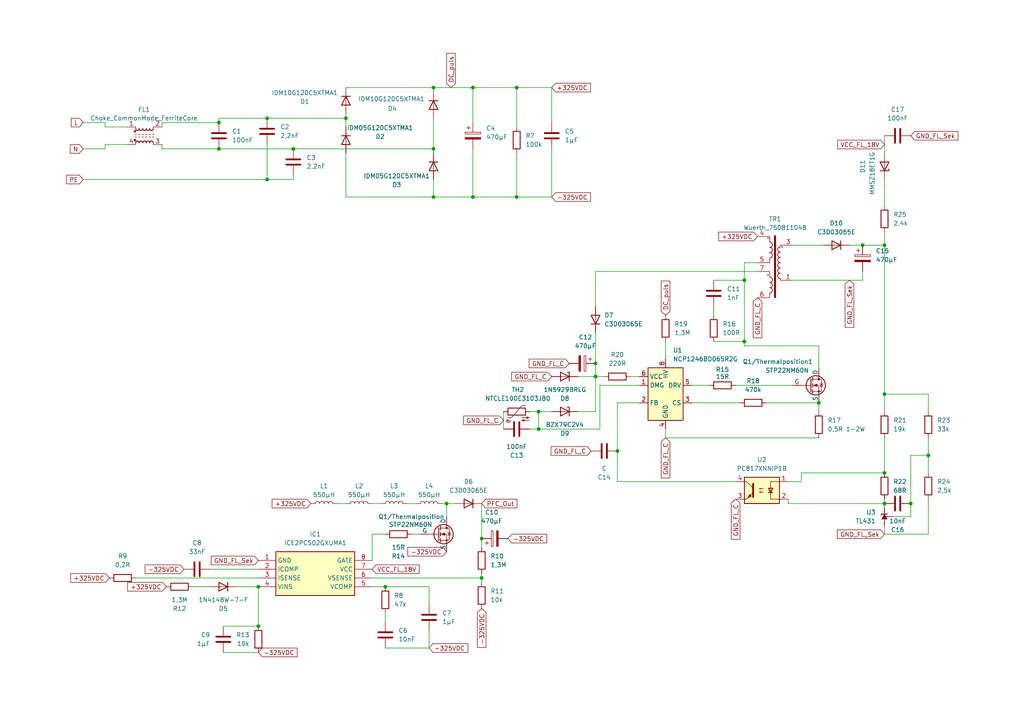
<source format=kicad_sch>
(kicad_sch (version 20250114) (generator "eeschema") (generator_version "9.0")
  (paper "A4")
  (lib_symbols
    (symbol "Device:C" (pin_numbers (hide yes)) (pin_names (offset 0.254))
      (property "Reference" "C" (at 0.635 2.54 0))
      (property "Value" "C" (at 0.635 -2.54 0))
      (symbol "C_0_1"
        (polyline (pts (xy -2.032 0.762) (xy 2.032 0.762)) (stroke (width 0.508)))
        (polyline (pts (xy -2.032 -0.762) (xy 2.032 -0.762)) (stroke (width 0.508)))
      )
      (symbol "C_1_1"
        (pin passive line (at 0 3.81 270) (length 2.794) (name "~") (number "1"))
        (pin passive line (at 0 -3.81 90) (length 2.794) (name "~") (number "2"))
      )
    )
    (symbol "Device:C_Polarized" (pin_numbers (hide yes)) (pin_names (offset 0.254))
      (property "Reference" "C" (at 0.635 2.54 0))
      (property "Value" "C_Polarized" (at 0.635 -2.54 0))
      (symbol "C_Polarized_0_1"
        (rectangle (start -2.286 0.508) (end 2.286 1.016))
        (polyline (pts (xy -1.778 2.286) (xy -0.762 2.286)))
        (polyline (pts (xy -1.27 2.794) (xy -1.27 1.778)))
        (rectangle (start 2.286 -0.508) (end -2.286 -1.016) (fill (type outline)))
      )
      (symbol "C_Polarized_1_1"
        (pin passive line (at 0 3.81 270) (length 2.794) (name "~") (number "1"))
        (pin passive line (at 0 -3.81 90) (length 2.794) (name "~") (number "2"))
      )
    )
    (symbol "Device:D" (pin_numbers (hide yes)) (pin_names (offset 1.016) (hide yes))
      (property "Reference" "D" (at 0 2.54 0))
      (property "Value" "D" (at 0 -2.54 0))
      (symbol "D_0_1"
        (polyline (pts (xy -1.27 1.27) (xy -1.27 -1.27)) (stroke (width 0.254)))
        (polyline (pts (xy 1.27 1.27) (xy 1.27 -1.27) (xy -1.27 0) (xy 1.27 1.27)) (stroke (width 0.254)))
        (polyline (pts (xy 1.27 0) (xy -1.27 0)))
      )
      (symbol "D_1_1"
        (pin passive line (at -3.81 0 0) (length 2.54) (name "K") (number "1"))
        (pin passive line (at 3.81 0 180) (length 2.54) (name "A") (number "2"))
      )
    )
    (symbol "Device:D_Zener" (pin_numbers (hide yes)) (pin_names (offset 1.016) (hide yes))
      (property "Reference" "D" (at 0 2.54 0))
      (property "Value" "D_Zener" (at 0 -2.54 0))
      (symbol "D_Zener_0_1"
        (polyline (pts (xy -1.27 -1.27) (xy -1.27 1.27) (xy -0.762 1.27)) (stroke (width 0.254)))
        (polyline (pts (xy 1.27 0) (xy -1.27 0)))
        (polyline (pts (xy 1.27 -1.27) (xy 1.27 1.27) (xy -1.27 0) (xy 1.27 -1.27)) (stroke (width 0.254)))
      )
      (symbol "D_Zener_1_1"
        (pin passive line (at -3.81 0 0) (length 2.54) (name "K") (number "1"))
        (pin passive line (at 3.81 0 180) (length 2.54) (name "A") (number "2"))
      )
    )
    (symbol "Device:L" (pin_numbers (hide yes)) (pin_names (offset 1.016) (hide yes))
      (property "Reference" "L" (at -1.27 0 90))
      (property "Value" "L" (at 1.905 0 90))
      (symbol "L_0_1"
        (arc (start 0 2.54) (mid 0.6323 1.905) (end 0 1.27))
        (arc (start 0 1.27) (mid 0.6323 0.635) (end 0 0))
        (arc (start 0 0) (mid 0.6323 -0.635) (end 0 -1.27))
        (arc (start 0 -1.27) (mid 0.6323 -1.905) (end 0 -2.54))
      )
      (symbol "L_1_1"
        (pin passive line (at 0 3.81 270) (length 1.27) (name "1") (number "1"))
        (pin passive line (at 0 -3.81 90) (length 1.27) (name "2") (number "2"))
      )
    )
    (symbol "Device:R" (pin_numbers (hide yes)) (pin_names (offset 0))
      (property "Reference" "R" (at 2.032 0 90))
      (property "Value" "R" (at 0 0 90))
      (symbol "R_0_1"
        (rectangle (start -1.016 -2.54) (end 1.016 2.54) (stroke (width 0.254)))
      )
      (symbol "R_1_1"
        (pin passive line (at 0 3.81 270) (length 1.27) (name "~") (number "1"))
        (pin passive line (at 0 -3.81 90) (length 1.27) (name "~") (number "2"))
      )
    )
    (symbol "Device:Thermistor_NTC" (pin_numbers (hide yes)) (pin_names (offset 0))
      (property "Reference" "TH" (at -4.445 0 90))
      (property "Value" "Thermistor_NTC" (at 3.175 0 90))
      (symbol "Thermistor_NTC_0_1"
        (arc (start -3.175 2.413) (mid -3.0506 2.3165) (end -3.048 2.159))
        (arc (start -3.048 2.794) (mid -2.9736 2.9736) (end -2.794 3.048))
        (arc (start -2.794 3.048) (mid -2.6144 2.9736) (end -2.54 2.794))
        (arc (start -2.794 2.54) (mid -2.9736 2.6144) (end -3.048 2.794))
        (arc (start -2.794 1.905) (mid -2.9736 1.9794) (end -3.048 2.159))
        (arc (start -2.54 2.159) (mid -2.6144 1.9794) (end -2.794 1.905))
        (arc (start -2.159 2.794) (mid -2.434 2.5608) (end -2.794 2.54))
        (polyline (pts (xy -2.54 2.159) (xy -2.54 2.794)))
        (polyline (pts (xy -2.54 -3.683) (xy -2.54 -1.397) (xy -2.794 -2.159) (xy -2.286 -2.159) (xy -2.54 -1.397) (xy -2.54 -1.651)) (fill (type outline)))
        (polyline (pts (xy -1.778 2.54) (xy -1.778 1.524) (xy 1.778 -1.524) (xy 1.778 -2.54)))
        (polyline (pts (xy -1.778 -1.397) (xy -1.778 -3.683) (xy -2.032 -2.921) (xy -1.524 -2.921) (xy -1.778 -3.683) (xy -1.778 -3.429)) (fill (type outline)))
        (rectangle (start -1.016 2.54) (end 1.016 -2.54) (stroke (width 0.254)))
      )
      (symbol "Thermistor_NTC_1_1"
        (pin passive line (at 0 3.81 270) (length 1.27) (name "~") (number "1"))
        (pin passive line (at 0 -3.81 90) (length 1.27) (name "~") (number "2"))
      )
    )
    (symbol "Filter:Choke_CommonMode_FerriteCore_1243" (pin_names (offset 0.254) (hide yes))
      (property "Reference" "FL" (at 0 4.445 0))
      (property "Value" "Choke_CommonMode_FerriteCore_1243" (at 0 -4.445 0))
      (symbol "Choke_CommonMode_FerriteCore_1243_0_1"
        (circle (center -2.794 1.27) (radius 0.254) (fill (type outline)))
        (polyline (pts (xy -2.794 0.381) (xy -2.286 0.381)))
        (polyline (pts (xy -2.794 -0.381) (xy -2.286 -0.381)))
        (circle (center -2.794 -1.27) (radius 0.254) (fill (type outline)))
        (polyline (pts (xy -2.54 2.032) (xy -2.54 2.54)))
        (polyline (pts (xy -2.54 -2.032) (xy -2.54 -2.54)))
        (arc (start -1.524 2.032) (mid -2.032 1.5262) (end -2.54 2.032) (stroke (width 0.254)))
        (arc (start -2.54 -2.032) (mid -2.032 -1.5262) (end -1.524 -2.032) (stroke (width 0.254)))
        (polyline (pts (xy -1.778 0.381) (xy -1.27 0.381)))
        (polyline (pts (xy -1.778 -0.381) (xy -1.27 -0.381)))
        (arc (start -0.508 2.032) (mid -1.016 1.5262) (end -1.524 2.032) (stroke (width 0.254)))
        (arc (start -1.524 -2.032) (mid -1.016 -1.5262) (end -0.508 -2.032) (stroke (width 0.254)))
        (polyline (pts (xy -0.762 0.381) (xy -0.254 0.381)))
        (polyline (pts (xy -0.762 -0.381) (xy -0.254 -0.381)))
        (arc (start 0.508 2.032) (mid 0 1.5262) (end -0.508 2.032) (stroke (width 0.254)))
        (arc (start -0.508 -2.032) (mid 0 -1.5262) (end 0.508 -2.032) (stroke (width 0.254)))
        (polyline (pts (xy 0.254 0.381) (xy 0.762 0.381)))
        (polyline (pts (xy 0.254 -0.381) (xy 0.762 -0.381)))
        (arc (start 1.524 2.032) (mid 1.016 1.5262) (end 0.508 2.032) (stroke (width 0.254)))
        (arc (start 0.508 -2.032) (mid 1.016 -1.5262) (end 1.524 -2.032) (stroke (width 0.254)))
        (polyline (pts (xy 1.27 0.381) (xy 1.778 0.381)))
        (polyline (pts (xy 1.27 -0.381) (xy 1.778 -0.381)))
        (arc (start 2.54 2.032) (mid 2.032 1.5262) (end 1.524 2.032) (stroke (width 0.254)))
        (arc (start 1.524 -2.032) (mid 2.032 -1.5262) (end 2.54 -2.032) (stroke (width 0.254)))
        (polyline (pts (xy 2.286 0.381) (xy 2.794 0.381)))
        (polyline (pts (xy 2.286 -0.381) (xy 2.794 -0.381)))
        (polyline (pts (xy 2.54 2.54) (xy 2.54 2.032)))
        (polyline (pts (xy 2.54 -2.032) (xy 2.54 -2.54)))
      )
      (symbol "Choke_CommonMode_FerriteCore_1243_1_1"
        (pin passive line (at -5.08 2.54 0) (length 2.54) (name "1") (number "1"))
        (pin passive line (at -5.08 -2.54 0) (length 2.54) (name "4") (number "4"))
        (pin passive line (at 5.08 2.54 180) (length 2.54) (name "2") (number "2"))
        (pin passive line (at 5.08 -2.54 180) (length 2.54) (name "3") (number "3"))
      )
    )
    (symbol "Isolator:Optocoupler_DC_PhotoNPN_AKEC"
      (property "Reference" "U" (at -5.08 5.08 0))
      (property "Value" "Optocoupler_DC_PhotoNPN_AKEC" (at 0 5.08 0))
      (symbol "Optocoupler_DC_PhotoNPN_AKEC_0_1"
        (rectangle (start -5.08 3.81) (end 5.08 -3.81) (stroke (width 0.254)) (fill (type background)))
        (polyline (pts (xy -5.08 2.54) (xy -2.54 2.54) (xy -2.54 -1.27) (xy -2.54 0.635)))
        (polyline (pts (xy -3.175 -0.635) (xy -1.905 -0.635)) (stroke (width 0.254)))
        (polyline (pts (xy -2.54 -0.635) (xy -2.54 -2.54) (xy -5.08 -2.54)))
        (polyline (pts (xy -2.54 -0.635) (xy -3.175 0.635) (xy -1.905 0.635) (xy -2.54 -0.635)) (stroke (width 0.254)))
        (polyline (pts (xy -0.508 0.508) (xy 0.762 0.508) (xy 0.381 0.381) (xy 0.381 0.635) (xy 0.762 0.508)))
        (polyline (pts (xy -0.508 -0.508) (xy 0.762 -0.508) (xy 0.381 -0.635) (xy 0.381 -0.381) (xy 0.762 -0.508)))
        (polyline (pts (xy 2.54 1.905) (xy 2.54 -1.905)) (stroke (width 0.508)))
        (polyline (pts (xy 2.54 0.635) (xy 4.445 2.54)))
        (polyline (pts (xy 3.048 -1.651) (xy 3.556 -1.143) (xy 4.064 -2.159) (xy 3.048 -1.651)) (fill (type outline)))
        (polyline (pts (xy 4.445 2.54) (xy 5.08 2.54)))
        (polyline (pts (xy 4.445 -2.54) (xy 2.54 -0.635)) (fill (type outline)))
        (polyline (pts (xy 4.445 -2.54) (xy 5.08 -2.54)))
      )
      (symbol "Optocoupler_DC_PhotoNPN_AKEC_1_1"
        (pin passive line (at -7.62 2.54 0) (length 2.54) (name "~") (number "1"))
        (pin passive line (at -7.62 -2.54 0) (length 2.54) (name "~") (number "2"))
        (pin passive line (at 7.62 2.54 180) (length 2.54) (name "~") (number "4"))
        (pin passive line (at 7.62 -2.54 180) (length 2.54) (name "~") (number "3"))
      )
    )
    (symbol "Reference_Voltage:CJ432" (pin_numbers (hide yes)) (pin_names (hide yes))
      (property "Reference" "U" (at -2.54 2.54 0))
      (property "Value" "CJ432" (at 0 -2.54 0))
      (symbol "CJ432_0_1"
        (polyline (pts (xy -1.27 0) (xy 0 0) (xy 1.27 0)))
        (polyline (pts (xy -0.762 0.762) (xy 0.762 0) (xy -0.762 -0.762)) (fill (type outline)))
        (polyline (pts (xy 0.508 -1.016) (xy 0.762 -0.762) (xy 0.762 0.762) (xy 0.762 0.762)) (stroke (width 0.254)))
      )
      (symbol "CJ432_1_1"
        (pin passive line (at -2.54 0 0) (length 1.27) (name "A") (number "3"))
        (pin passive line (at 0 2.54 270) (length 2.54) (name "REF") (number "1"))
        (pin passive line (at 2.54 0 180) (length 1.27) (name "K") (number "2"))
      )
    )
    (symbol "Regulator_Controller:NCP1207B"
      (property "Reference" "U" (at -5.08 8.89 0))
      (property "Value" "NCP1207B" (at 1.27 8.89 0))
      (symbol "NCP1207B_0_0"
        (rectangle (start -5.08 7.62) (end 5.08 -7.62) (stroke (width 0.254)) (fill (type background)))
      )
      (symbol "NCP1207B_1_1"
        (pin power_in line (at -7.62 5.08 0) (length 2.54) (name "VCC") (number "6"))
        (pin input line (at -7.62 2.54 0) (length 2.54) (name "DMG") (number "1"))
        (pin input line (at -7.62 -2.54 0) (length 2.54) (name "FB") (number "2"))
        (pin input line (at 0 10.16 270) (length 2.54) (name "HV") (number "8"))
        (pin power_in line (at 0 -10.16 90) (length 2.54) (name "GND") (number "4"))
        (pin output line (at 7.62 2.54 180) (length 2.54) (name "DRV") (number "5"))
        (pin input line (at 7.62 -2.54 180) (length 2.54) (name "CS") (number "3"))
      )
    )
    (symbol "Simulation_SPICE:NMOS" (pin_numbers (hide yes)) (pin_names (offset 0))
      (property "Reference" "Q" (at 5.08 1.27 0))
      (property "Value" "NMOS" (at 5.08 -1.27 0))
      (symbol "NMOS_0_1"
        (polyline (pts (xy 0.254 1.905) (xy 0.254 -1.905)) (stroke (width 0.254)))
        (polyline (pts (xy 0.254 0) (xy -2.54 0)))
        (polyline (pts (xy 0.762 2.286) (xy 0.762 1.27)) (stroke (width 0.254)))
        (polyline (pts (xy 0.762 0.508) (xy 0.762 -0.508)) (stroke (width 0.254)))
        (polyline (pts (xy 0.762 -1.27) (xy 0.762 -2.286)) (stroke (width 0.254)))
        (polyline (pts (xy 0.762 -1.778) (xy 3.302 -1.778) (xy 3.302 1.778) (xy 0.762 1.778)))
        (polyline (pts (xy 1.016 0) (xy 2.032 0.381) (xy 2.032 -0.381) (xy 1.016 0)) (fill (type outline)))
        (circle (center 1.651 0) (radius 2.794) (stroke (width 0.254)))
        (polyline (pts (xy 2.54 2.54) (xy 2.54 1.778)))
        (circle (center 2.54 1.778) (radius 0.254) (fill (type outline)))
        (circle (center 2.54 -1.778) (radius 0.254) (fill (type outline)))
        (polyline (pts (xy 2.54 -2.54) (xy 2.54 0) (xy 0.762 0)))
        (polyline (pts (xy 2.794 0.508) (xy 2.921 0.381) (xy 3.683 0.381) (xy 3.81 0.254)))
        (polyline (pts (xy 3.302 0.381) (xy 2.921 -0.254) (xy 3.683 -0.254) (xy 3.302 0.381)))
      )
      (symbol "NMOS_1_1"
        (pin input line (at -5.08 0 0) (length 2.54) (name "G") (number "2"))
        (pin passive line (at 2.54 5.08 270) (length 2.54) (name "D") (number "1"))
        (pin passive line (at 2.54 -5.08 90) (length 2.54) (name "S") (number "3"))
      )
    )
    (symbol "Transformer:Wuerth_750343373"
      (property "Reference" "TR" (at 0 8.89 0))
      (property "Value" "Wuerth_750343373" (at 0 -11.43 0))
      (symbol "Wuerth_750343373_0_1"
        (circle (center -2.032 4.572) (radius 0.127))
        (arc (start -1.524 4.572) (mid -0.7653 3.81) (end -1.524 3.048) (stroke (width 0.2032)))
        (arc (start -1.524 3.048) (mid -0.7653 2.286) (end -1.524 1.524) (stroke (width 0.2032)))
        (arc (start -1.524 1.524) (mid -0.7653 0.762) (end -1.524 0) (stroke (width 0.2032)))
        (arc (start -1.524 0) (mid -0.7653 -0.762) (end -1.524 -1.524) (stroke (width 0.2032)))
        (arc (start -1.524 -1.524) (mid -0.7653 -2.286) (end -1.524 -3.048) (stroke (width 0.2032)))
        (arc (start -1.524 -3.048) (mid -0.7653 -3.81) (end -1.524 -4.572) (stroke (width 0.2032)))
        (polyline (pts (xy -1.524 4.572) (xy -1.524 5.08) (xy -2.54 5.08)))
        (polyline (pts (xy -1.524 -4.572) (xy -1.524 -5.08) (xy -2.54 -5.08)))
        (rectangle (start -0.254 7.874) (end 0.254 -10.16) (stroke (width 0.0254)) (fill (type outline)))
        (polyline (pts (xy 1.524 -8.89) (xy 1.524 -10.16) (xy 2.54 -10.16)))
        (arc (start 1.524 4.445) (mid 0.7653 5.207) (end 1.524 5.969) (stroke (width 0.2032)))
        (arc (start 1.524 2.921) (mid 0.7653 3.683) (end 1.524 4.445) (stroke (width 0.2032)))
        (arc (start 1.524 1.397) (mid 0.7653 2.159) (end 1.524 2.921) (stroke (width 0.2032)))
        (arc (start 1.524 -5.715) (mid 0.7653 -4.953) (end 1.524 -4.191) (stroke (width 0.2032)))
        (arc (start 1.524 -7.239) (mid 0.7653 -6.477) (end 1.524 -5.715) (stroke (width 0.2032)))
        (arc (start 1.524 -8.763) (mid 0.7653 -8.001) (end 1.524 -7.239) (stroke (width 0.2032)))
        (circle (center 2.032 7.112) (radius 0.127))
        (circle (center 2.032 -3.556) (radius 0.127))
        (polyline (pts (xy 2.54 7.62) (xy 1.524 7.62) (xy 1.524 6.096)))
        (polyline (pts (xy 2.54 0) (xy 1.524 0) (xy 1.524 1.27)))
        (polyline (pts (xy 2.54 -2.54) (xy 1.524 -2.54) (xy 1.524 -4.064)))
      )
      (symbol "Wuerth_750343373_1_1"
        (pin passive line (at -5.08 5.08 0) (length 2.54) (name "~") (number "3"))
        (pin passive line (at -5.08 -5.08 0) (length 2.54) (name "~") (number "1"))
        (pin no_connect line (at 0 2.54 180) (length 2.54) (hide yes) (name "~") (number "2"))
        (pin no_connect line (at 0 0 180) (length 2.54) (hide yes) (name "~") (number "8"))
        (pin no_connect line (at 0 -2.54 180) (length 2.54) (hide yes) (name "~") (number "9"))
        (pin no_connect line (at 0 -7.62 0) (length 2.54) (hide yes) (name "~") (number "10"))
        (pin passive line (at 5.08 7.62 180) (length 2.54) (name "~") (number "4"))
        (pin passive line (at 5.08 0 180) (length 2.54) (name "~") (number "5"))
        (pin passive line (at 5.08 -2.54 180) (length 2.54) (name "~") (number "7"))
        (pin passive line (at 5.08 -10.16 180) (length 2.54) (name "~") (number "6"))
      )
    )
    (symbol "UC28019DR:UCC28019DR"
      (property "Reference" "IC" (at 29.21 7.62 0))
      (property "Value" "UCC28019DR" (at 29.21 5.08 0))
      (symbol "UCC28019DR_1_1"
        (rectangle (start 5.08 2.54) (end 27.94 -10.16) (stroke (width 0.254)) (fill (type background)))
        (pin passive line (at 0 0 0) (length 5.08) (name "GND") (number "1"))
        (pin passive line (at 0 -2.54 0) (length 5.08) (name "ICOMP") (number "2"))
        (pin passive line (at 0 -5.08 0) (length 5.08) (name "ISENSE") (number "3"))
        (pin passive line (at 0 -7.62 0) (length 5.08) (name "VINS") (number "4"))
        (pin passive line (at 33.02 0 180) (length 5.08) (name "GATE") (number "8"))
        (pin passive line (at 33.02 -2.54 180) (length 5.08) (name "VCC") (number "7"))
        (pin passive line (at 33.02 -5.08 180) (length 5.08) (name "VSENSE") (number "6"))
        (pin passive line (at 33.02 -7.62 180) (length 5.08) (name "VCOMP") (number "5"))
      )
    )
  )
  (junction (at 215.9 81.28))
  (junction (at 129.54 146.05))
  (junction (at 125.73 25.4))
  (junction (at 256.54 114.3))
  (junction (at 149.86 25.4))
  (junction (at 77.47 52.07))
  (junction (at 74.93 170.18))
  (junction (at 137.16 25.4))
  (junction (at 137.16 57.15))
  (junction (at 77.47 34.29))
  (junction (at 85.09 43.18))
  (junction (at 256.54 137.16))
  (junction (at 250.19 71.12))
  (junction (at 63.5 43.18))
  (junction (at 172.72 109.22))
  (junction (at 139.7 156.21))
  (junction (at 256.54 146.05))
  (junction (at 269.24 132.08))
  (junction (at 63.5 35.56))
  (junction (at 149.86 57.15))
  (junction (at 179.07 130.81))
  (junction (at 74.93 181.61))
  (junction (at 100.33 34.29))
  (junction (at 156.21 124.46))
  (junction (at 264.16 146.05))
  (junction (at 125.73 43.18))
  (junction (at 156.21 119.38))
  (junction (at 256.54 71.12))
  (junction (at 139.7 167.64))
  (junction (at 215.9 99.06))
  (junction (at 172.72 105.41))
  (junction (at 111.76 170.18))
  (junction (at 237.49 116.84))
  (junction (at 125.73 57.15))
  (wire (pts (xy 149.86 44.45) (xy 149.86 57.15)))
  (wire (pts (xy 124.46 182.88) (xy 124.46 187.96)))
  (wire (pts (xy 160.02 25.4) (xy 149.86 25.4)))
  (wire (pts (xy 156.21 119.38) (xy 160.02 119.38)))
  (wire (pts (xy 118.11 146.05) (xy 120.65 146.05)))
  (wire (pts (xy 172.72 78.74) (xy 219.71 78.74)))
  (wire (pts (xy 269.24 154.94) (xy 256.54 154.94)))
  (wire (pts (xy 256.54 67.31) (xy 256.54 71.12)))
  (wire (pts (xy 125.73 34.29) (xy 125.73 43.18)))
  (wire (pts (xy 264.16 132.08) (xy 269.24 132.08)))
  (wire (pts (xy 237.49 116.84) (xy 237.49 119.38)))
  (wire (pts (xy 167.64 109.22) (xy 172.72 109.22)))
  (wire (pts (xy 64.77 181.61) (xy 74.93 181.61)))
  (wire (pts (xy 124.46 187.96) (xy 111.76 187.96)))
  (wire (pts (xy 256.54 144.78) (xy 256.54 146.05)))
  (wire (pts (xy 85.09 43.18) (xy 125.73 43.18)))
  (wire (pts (xy 172.72 109.22) (xy 175.26 109.22)))
  (wire (pts (xy 193.04 127) (xy 193.04 124.46)))
  (wire (pts (xy 160.02 57.15) (xy 149.86 57.15)))
  (wire (pts (xy 100.33 44.45) (xy 100.33 57.15)))
  (wire (pts (xy 74.93 170.18) (xy 74.93 181.61)))
  (wire (pts (xy 124.46 170.18) (xy 111.76 170.18)))
  (wire (pts (xy 85.09 52.07) (xy 85.09 50.8)))
  (wire (pts (xy 200.66 116.84) (xy 214.63 116.84)))
  (wire (pts (xy 269.24 114.3) (xy 256.54 114.3)))
  (wire (pts (xy 46.99 35.56) (xy 46.99 36.83)))
  (wire (pts (xy 55.88 170.18) (xy 60.96 170.18)))
  (wire (pts (xy 182.88 109.22) (xy 185.42 109.22)))
  (wire (pts (xy 215.9 76.2) (xy 215.9 81.28)))
  (wire (pts (xy 149.86 25.4) (xy 149.86 36.83)))
  (wire (pts (xy 256.54 152.4) (xy 256.54 154.94)))
  (wire (pts (xy 153.67 124.46) (xy 156.21 124.46)))
  (wire (pts (xy 219.71 76.2) (xy 215.9 76.2)))
  (wire (pts (xy 64.77 189.23) (xy 74.93 189.23)))
  (wire (pts (xy 60.96 165.1) (xy 74.93 165.1)))
  (wire (pts (xy 124.46 175.26) (xy 124.46 170.18)))
  (wire (pts (xy 139.7 166.37) (xy 139.7 167.64)))
  (wire (pts (xy 149.86 25.4) (xy 137.16 25.4)))
  (wire (pts (xy 160.02 43.18) (xy 160.02 57.15)))
  (wire (pts (xy 100.33 57.15) (xy 125.73 57.15)))
  (wire (pts (xy 24.13 52.07) (xy 77.47 52.07)))
  (wire (pts (xy 46.99 43.18) (xy 46.99 41.91)))
  (wire (pts (xy 232.41 137.16) (xy 256.54 137.16)))
  (wire (pts (xy 215.9 81.28) (xy 215.9 99.06)))
  (wire (pts (xy 100.33 34.29) (xy 100.33 36.83)))
  (wire (pts (xy 259.08 149.86) (xy 264.16 149.86)))
  (wire (pts (xy 207.01 88.9) (xy 207.01 91.44)))
  (wire (pts (xy 256.54 52.07) (xy 256.54 59.69)))
  (wire (pts (xy 200.66 111.76) (xy 205.74 111.76)))
  (wire (pts (xy 129.54 146.05) (xy 132.08 146.05)))
  (wire (pts (xy 222.25 116.84) (xy 237.49 116.84)))
  (wire (pts (xy 269.24 119.38) (xy 269.24 114.3)))
  (wire (pts (xy 228.6 146.05) (xy 256.54 146.05)))
  (wire (pts (xy 111.76 177.8) (xy 111.76 180.34)))
  (wire (pts (xy 172.72 96.52) (xy 172.72 105.41)))
  (wire (pts (xy 100.33 25.4) (xy 125.73 25.4)))
  (wire (pts (xy 172.72 119.38) (xy 172.72 109.22)))
  (wire (pts (xy 36.83 36.83) (xy 30.48 36.83)))
  (wire (pts (xy 173.99 124.46) (xy 156.21 124.46)))
  (wire (pts (xy 139.7 156.21) (xy 139.7 158.75)))
  (wire (pts (xy 107.95 146.05) (xy 110.49 146.05)))
  (wire (pts (xy 107.95 167.64) (xy 139.7 167.64)))
  (wire (pts (xy 119.38 154.94) (xy 121.92 154.94)))
  (wire (pts (xy 229.87 71.12) (xy 238.76 71.12)))
  (wire (pts (xy 167.64 119.38) (xy 172.72 119.38)))
  (wire (pts (xy 160.02 35.56) (xy 160.02 25.4)))
  (wire (pts (xy 179.07 116.84) (xy 179.07 130.81)))
  (wire (pts (xy 256.54 39.37) (xy 256.54 44.45)))
  (wire (pts (xy 153.67 119.38) (xy 156.21 119.38)))
  (wire (pts (xy 137.16 43.18) (xy 137.16 57.15)))
  (wire (pts (xy 256.54 119.38) (xy 256.54 114.3)))
  (wire (pts (xy 97.79 146.05) (xy 100.33 146.05)))
  (wire (pts (xy 63.5 43.18) (xy 46.99 43.18)))
  (wire (pts (xy 77.47 41.91) (xy 77.47 52.07)))
  (wire (pts (xy 77.47 52.07) (xy 85.09 52.07)))
  (wire (pts (xy 256.54 71.12) (xy 250.19 71.12)))
  (wire (pts (xy 137.16 35.56) (xy 137.16 25.4)))
  (wire (pts (xy 30.48 35.56) (xy 30.48 36.83)))
  (wire (pts (xy 213.36 111.76) (xy 229.87 111.76)))
  (wire (pts (xy 207.01 99.06) (xy 215.9 99.06)))
  (wire (pts (xy 215.9 100.33) (xy 237.49 100.33)))
  (wire (pts (xy 264.16 132.08) (xy 264.16 146.05)))
  (wire (pts (xy 107.95 154.94) (xy 107.95 162.56)))
  (wire (pts (xy 146.05 119.38) (xy 146.05 124.46)))
  (wire (pts (xy 63.5 35.56) (xy 46.99 35.56)))
  (wire (pts (xy 36.83 41.91) (xy 30.48 41.91)))
  (wire (pts (xy 269.24 127) (xy 269.24 132.08)))
  (wire (pts (xy 125.73 43.18) (xy 125.73 44.45)))
  (wire (pts (xy 185.42 116.84) (xy 179.07 116.84)))
  (wire (pts (xy 179.07 130.81) (xy 179.07 139.7)))
  (wire (pts (xy 228.6 144.78) (xy 228.6 146.05)))
  (wire (pts (xy 269.24 132.08) (xy 269.24 137.16)))
  (wire (pts (xy 137.16 25.4) (xy 125.73 25.4)))
  (wire (pts (xy 24.13 35.56) (xy 30.48 35.56)))
  (wire (pts (xy 172.72 88.9) (xy 172.72 78.74)))
  (wire (pts (xy 237.49 100.33) (xy 237.49 106.68)))
  (wire (pts (xy 100.33 33.02) (xy 100.33 34.29)))
  (wire (pts (xy 139.7 167.64) (xy 139.7 168.91)))
  (wire (pts (xy 229.87 81.28) (xy 250.19 81.28)))
  (wire (pts (xy 77.47 34.29) (xy 63.5 34.29)))
  (wire (pts (xy 149.86 57.15) (xy 137.16 57.15)))
  (wire (pts (xy 256.54 146.05) (xy 256.54 147.32)))
  (wire (pts (xy 185.42 111.76) (xy 173.99 111.76)))
  (wire (pts (xy 129.54 146.05) (xy 129.54 149.86)))
  (wire (pts (xy 269.24 144.78) (xy 269.24 154.94)))
  (wire (pts (xy 128.27 146.05) (xy 129.54 146.05)))
  (wire (pts (xy 68.58 170.18) (xy 74.93 170.18)))
  (wire (pts (xy 30.48 41.91) (xy 30.48 43.18)))
  (wire (pts (xy 228.6 139.7) (xy 232.41 139.7)))
  (wire (pts (xy 179.07 139.7) (xy 213.36 139.7)))
  (wire (pts (xy 77.47 34.29) (xy 100.33 34.29)))
  (wire (pts (xy 111.76 154.94) (xy 107.95 154.94)))
  (wire (pts (xy 264.16 146.05) (xy 264.16 149.86)))
  (wire (pts (xy 139.7 146.05) (xy 139.7 156.21)))
  (wire (pts (xy 256.54 127) (xy 256.54 137.16)))
  (wire (pts (xy 172.72 109.22) (xy 172.72 105.41)))
  (wire (pts (xy 250.19 81.28) (xy 250.19 78.74)))
  (wire (pts (xy 39.37 167.64) (xy 74.93 167.64)))
  (wire (pts (xy 125.73 25.4) (xy 125.73 26.67)))
  (wire (pts (xy 63.5 34.29) (xy 63.5 35.56)))
  (wire (pts (xy 215.9 99.06) (xy 215.9 100.33)))
  (wire (pts (xy 193.04 99.06) (xy 193.04 104.14)))
  (wire (pts (xy 125.73 57.15) (xy 125.73 52.07)))
  (wire (pts (xy 107.95 170.18) (xy 111.76 170.18)))
  (wire (pts (xy 63.5 43.18) (xy 85.09 43.18)))
  (wire (pts (xy 207.01 81.28) (xy 215.9 81.28)))
  (wire (pts (xy 137.16 57.15) (xy 125.73 57.15)))
  (wire (pts (xy 24.13 43.18) (xy 30.48 43.18)))
  (wire (pts (xy 156.21 124.46) (xy 156.21 119.38)))
  (wire (pts (xy 256.54 114.3) (xy 256.54 71.12)))
  (wire (pts (xy 237.49 127) (xy 193.04 127)))
  (wire (pts (xy 246.38 71.12) (xy 250.19 71.12)))
  (wire (pts (xy 232.41 139.7) (xy 232.41 137.16)))
  (wire (pts (xy 173.99 111.76) (xy 173.99 124.46)))
  (global_label "GND_FL_C" (shape input) (at 213.36 144.78 270) (property "Intersheetrefs" "${INTERSHEET_REFS}" (effects (hide yes))))
  (global_label "+325VDC" (shape input) (at 48.26 170.18 180) (property "Intersheetrefs" "${INTERSHEET_REFS}" (effects (hide yes))))
  (global_label "-325VDC" (shape input) (at 124.46 187.96 0) (property "Intersheetrefs" "${INTERSHEET_REFS}" (effects (hide yes))))
  (global_label "N" (shape input) (at 24.13 43.18 180) (property "Intersheetrefs" "${INTERSHEET_REFS}" (effects (hide yes))))
  (global_label "GND_FL_Sek" (shape input) (at 264.16 39.37 0) (property "Intersheetrefs" "${INTERSHEET_REFS}" (effects (hide yes))))
  (global_label "-325VDC" (shape input) (at 129.54 160.02 180) (property "Intersheetrefs" "${INTERSHEET_REFS}" (effects (hide yes))))
  (global_label "GND_FL_Sek" (shape input) (at 256.54 154.94 180) (property "Intersheetrefs" "${INTERSHEET_REFS}" (effects (hide yes))))
  (global_label "GND_FL_C" (shape input) (at 160.02 109.22 180) (property "Intersheetrefs" "${INTERSHEET_REFS}" (effects (hide yes))))
  (global_label "GND_FL_C" (shape input) (at 165.1 105.41 180) (property "Intersheetrefs" "${INTERSHEET_REFS}" (effects (hide yes))))
  (global_label "-325VDC" (shape input) (at 53.34 165.1 180) (property "Intersheetrefs" "${INTERSHEET_REFS}" (effects (hide yes))))
  (global_label "VCC_FL_18V" (shape input) (at 256.54 41.91 180) (property "Intersheetrefs" "${INTERSHEET_REFS}" (effects (hide yes))))
  (global_label "L" (shape input) (at 24.13 35.56 180) (property "Intersheetrefs" "${INTERSHEET_REFS}" (effects (hide yes))))
  (global_label "-325VDC" (shape input) (at 74.93 189.23 0) (property "Intersheetrefs" "${INTERSHEET_REFS}" (effects (hide yes))))
  (global_label "DC_puls" (shape input) (at 193.04 91.44 90) (property "Intersheetrefs" "${INTERSHEET_REFS}" (effects (hide yes))))
  (global_label "GND_FL_C" (shape input) (at 146.05 121.92 180) (property "Intersheetrefs" "${INTERSHEET_REFS}" (effects (hide yes))))
  (global_label "GND_FL_C" (shape input) (at 193.04 127 270) (property "Intersheetrefs" "${INTERSHEET_REFS}" (effects (hide yes))))
  (global_label "+325VDC" (shape input) (at 160.02 25.4 0) (property "Intersheetrefs" "${INTERSHEET_REFS}" (effects (hide yes))))
  (global_label "GND_FL_Sek" (shape input) (at 74.93 162.56 180) (property "Intersheetrefs" "${INTERSHEET_REFS}" (effects (hide yes))))
  (global_label "GND_FL_C" (shape input) (at 171.45 130.81 180) (property "Intersheetrefs" "${INTERSHEET_REFS}" (effects (hide yes))))
  (global_label "GND_FL_Sek" (shape input) (at 246.38 81.28 270) (property "Intersheetrefs" "${INTERSHEET_REFS}" (effects (hide yes))))
  (global_label "GND_FL_C" (shape input) (at 219.71 86.36 270) (property "Intersheetrefs" "${INTERSHEET_REFS}" (effects (hide yes))))
  (global_label "-325VDC" (shape input) (at 147.32 156.21 0) (property "Intersheetrefs" "${INTERSHEET_REFS}" (effects (hide yes))))
  (global_label "+325VDC" (shape input) (at 31.75 167.64 180) (property "Intersheetrefs" "${INTERSHEET_REFS}" (effects (hide yes))))
  (global_label "PFC_Out" (shape input) (at 139.7 146.05 0) (property "Intersheetrefs" "${INTERSHEET_REFS}" (effects (hide yes))))
  (global_label "DC_puls" (shape input) (at 130.81 25.4 90) (property "Intersheetrefs" "${INTERSHEET_REFS}" (effects (hide yes))))
  (global_label "-325VDC" (shape input) (at 160.02 57.15 0) (property "Intersheetrefs" "${INTERSHEET_REFS}" (effects (hide yes))))
  (global_label "PE" (shape input) (at 24.13 52.07 180) (property "Intersheetrefs" "${INTERSHEET_REFS}" (effects (hide yes))))
  (global_label "VCC_FL_18V" (shape input) (at 107.95 165.1 0) (property "Intersheetrefs" "${INTERSHEET_REFS}" (effects (hide yes))))
  (global_label "+325VDC" (shape input) (at 90.17 146.05 180) (property "Intersheetrefs" "${INTERSHEET_REFS}" (effects (hide yes))))
  (global_label "+325VDC" (shape input) (at 219.71 68.58 180) (property "Intersheetrefs" "${INTERSHEET_REFS}" (effects (hide yes))))
  (global_label "-325VDC" (shape input) (at 139.7 176.53 270) (property "Intersheetrefs" "${INTERSHEET_REFS}" (effects (hide yes))))
  (symbol (lib_id "Device:L") (at 114.3 146.05 90) (unit 1)
    (property "Reference" "L3" (at 114.3 140.97 90))
    (property "Value" "550µH" (at 114.3 143.51 90))
    (property "Description" "Inductor" (effects (hide yes)))
    (property "Type" "Kemet SN14P-770H " (effects (hide yes)))
  )
  (symbol (lib_id "Device:L") (at 124.46 146.05 90) (unit 1)
    (property "Reference" "L4" (at 124.46 140.97 90))
    (property "Value" "550µH" (at 124.46 143.51 90))
    (property "Description" "Inductor" (effects (hide yes)))
    (property "Type" "Kemet SN14P-770H " (effects (hide yes)))
  )
  (symbol (lib_id "Device:C") (at 63.5 39.37 180) (unit 1)
    (property "Reference" "C1" (at 67.31 38.0999 0) (effects (justify right)))
    (property "Value" "100nF" (at 67.31 40.6399 0) (effects (justify right)))
    (property "Description" "Unpolarized capacitor" (effects (hide yes)))
    (property "Type" "EPCOS B32922C3104K000" (effects (hide yes)))
  )
  (symbol (lib_id "Device:L") (at 104.14 146.05 90) (unit 1)
    (property "Reference" "L2" (at 104.14 140.97 90))
    (property "Value" "550µH" (at 104.14 143.51 90))
    (property "Description" "Inductor" (effects (hide yes)))
    (property "Type" "Kemet SN14P-770H " (effects (hide yes)))
  )
  (symbol (lib_id "Device:C") (at 57.15 165.1 90) (unit 1)
    (property "Reference" "C8" (at 57.15 157.48 90))
    (property "Value" "33nF" (at 57.15 160.02 90))
    (property "Description" "Unpolarized capacitor" (effects (hide yes)))
  )
  (symbol (lib_id "Device:R") (at 256.54 140.97 0) (unit 1)
    (property "Reference" "R22" (at 259.08 139.6999 0) (effects (justify left)))
    (property "Value" "68R" (at 259.08 142.2399 0) (effects (justify left)))
    (property "Description" "Resistor" (effects (hide yes)))
  )
  (symbol (lib_id "Device:R") (at 207.01 95.25 0) (unit 1)
    (property "Reference" "R16" (at 209.55 93.9799 0) (effects (justify left)))
    (property "Value" "100R" (at 209.55 96.5199 0) (effects (justify left)))
    (property "Description" "Resistor" (effects (hide yes)))
  )
  (symbol (lib_id "Device:R") (at 269.24 140.97 0) (unit 1)
    (property "Reference" "R24" (at 271.78 139.6999 0) (effects (justify left)))
    (property "Value" "2,5k" (at 271.78 142.2399 0) (effects (justify left)))
    (property "Description" "Resistor" (effects (hide yes)))
  )
  (symbol (lib_id "Device:C") (at 111.76 184.15 0) (unit 1)
    (property "Reference" "C6" (at 115.57 182.8799 0) (effects (justify left)))
    (property "Value" "10nF" (at 115.57 185.4199 0) (effects (justify left)))
    (property "Description" "Unpolarized capacitor" (effects (hide yes)))
  )
  (symbol (lib_id "Device:C") (at 260.35 39.37 270) (unit 1)
    (property "Reference" "C17" (at 260.35 31.75 90))
    (property "Value" "100nF" (at 260.35 34.29 90))
    (property "Description" "Unpolarized capacitor" (effects (hide yes)))
    (property "Type" "EPCOS B32922C3104K000" (effects (hide yes)))
  )
  (symbol (lib_id "Device:R") (at 149.86 40.64 0) (unit 1)
    (property "Reference" "R7" (at 152.4 39.3699 0) (effects (justify left)))
    (property "Value" "100k" (at 152.4 41.9099 0) (effects (justify left)))
    (property "Description" "Resistor" (effects (hide yes)))
    (property "Type" "Vishay CCF02100KFKR36" (effects (hide yes)))
  )
  (symbol (lib_id "Device:C") (at 175.26 130.81 90) (mirror x) (unit 1)
    (property "Reference" "C14" (at 175.26 138.43 90))
    (property "Value" "C" (at 175.26 135.89 90))
    (property "Description" "Unpolarized capacitor" (effects (hide yes)))
  )
  (symbol (lib_id "Isolator:Optocoupler_DC_PhotoNPN_AKEC") (at 220.98 142.24 0) (mirror y) (unit 1)
    (property "Reference" "U2" (at 220.98 133.35 0))
    (property "Value" "PC817XNNIP1B" (at 220.98 135.89 0))
    (property "Description" "Generic DC optocoupler with NPN phototransistor output, pins order: anode/cathode/emitter/collector" (effects (hide yes)))
    (property "Typ" "Sharp Microelectronics PC817XNNIP1B" (effects (hide yes)))
  )
  (symbol (lib_id "Device:C") (at 160.02 39.37 0) (unit 1)
    (property "Reference" "C5" (at 163.83 38.0999 0) (effects (justify left)))
    (property "Value" "1µF" (at 163.83 40.6399 0) (effects (justify left)))
    (property "Description" "Unpolarized capacitor" (effects (hide yes)))
    (property "Type" "WIMA MKS4J041006B00KYSD" (effects (hide yes)))
  )
  (symbol (lib_id "Regulator_Controller:NCP1207B") (at 193.04 114.3 0) (unit 1)
    (property "Reference" "U1" (at 195.1833 101.6 0) (effects (justify left)))
    (property "Value" "NCP1246BD065R2G" (at 195.1833 104.14 0) (effects (justify left)))
    (property "Footprint" "Package_SO:SOIC-8-N7_3.9x4.9mm_P1.27mm" (effects (hide yes)))
    (property "Datasheet" "http://www.onsemi.com/pub/Collateral/NCP1207B.PDF" (effects (hide yes)))
    (property "Description" "PWM Current-Mode Controller for Free Running Quasi-Resonant Operation, AC-DC, 4.5us min Toff, SOIC-7" (effects (hide yes)))
    (property "Type" "Onsemi NCP1246BD065R2G" (effects (hide yes)))
  )
  (symbol (lib_id "Device:R") (at 209.55 111.76 90) (unit 1)
    (property "Reference" "R15" (at 209.55 107.188 90))
    (property "Value" "15R" (at 209.55 109.22 90))
    (property "Description" "Resistor" (effects (hide yes)))
  )
  (symbol (lib_id "Device:D_Zener") (at 163.83 119.38 0) (mirror y) (unit 1)
    (property "Reference" "D9" (at 163.83 125.73 0))
    (property "Value" "BZX79C2V4" (at 163.83 123.19 0))
    (property "Description" "Zener diode" (effects (hide yes)))
    (property "Type" "Onsemi 1N5929BRLG" (effects (hide yes)))
    (property "Typ" "Onsemi BZX79C2V4" (effects (hide yes)))
  )
  (symbol (lib_id "Device:R") (at 35.56 167.64 90) (unit 1)
    (property "Reference" "R9" (at 35.56 161.29 90))
    (property "Value" "0,2R" (at 35.56 163.83 90))
    (property "Description" "Resistor" (effects (hide yes)))
    (property "Type" "VISHAY WSR5R2000FEA 5W" (effects (hide yes)))
  )
  (symbol (lib_id "Device:D_Zener") (at 256.54 48.26 270) (mirror x) (unit 1)
    (property "Reference" "D11" (at 250.19 48.26 0))
    (property "Value" "MMSZ18ET1G" (at 252.984 50.292 0))
    (property "Description" "Zener diode" (effects (hide yes)))
    (property "Typ" "Onsemi MMSZ18ET1G" (effects (hide yes)))
  )
  (symbol (lib_id "Device:C_Polarized") (at 168.91 105.41 270) (unit 1)
    (property "Reference" "C12" (at 169.799 97.79 90))
    (property "Value" "470µF" (at 169.799 100.33 90))
    (property "Description" "Polarized capacitor" (effects (hide yes)))
    (property "Type" "CHEMI-CON EGXA451VSN471MA45L" (effects (hide yes)))
  )
  (symbol (lib_id "Device:R") (at 179.07 109.22 90) (unit 1)
    (property "Reference" "R20" (at 179.07 102.87 90))
    (property "Value" "220R" (at 179.07 105.41 90))
    (property "Description" "Resistor" (effects (hide yes)))
  )
  (symbol (lib_id "Device:D") (at 135.89 146.05 180) (unit 1)
    (property "Reference" "D6" (at 135.89 139.7 0))
    (property "Value" "C3D03065E" (at 135.89 142.24 0))
    (property "Description" "Diode" (effects (hide yes)))
    (property "Sim.Device" "D" (effects (hide yes)))
    (property "Sim.Pins" "1=K 2=A" (effects (hide yes)))
    (property "Type" "Wolfspeed C3D03065E" (effects (hide yes)))
  )
  (symbol (lib_id "Device:D") (at 125.73 30.48 270) (unit 1)
    (property "Reference" "D4" (at 113.792 31.496 90))
    (property "Value" "IDM10G120C5XTMA1" (at 113.538 28.702 90))
    (property "Description" "Diode" (effects (hide yes)))
    (property "Sim.Device" "D" (effects (hide yes)))
    (property "Sim.Pins" "1=K 2=A" (effects (hide yes)))
    (property "Type" "Infineon IDM05G120C5XTMA1" (effects (hide yes)))
  )
  (symbol (lib_id "Device:D") (at 100.33 29.21 90) (mirror x) (unit 1)
    (property "Reference" "D1" (at 88.392 29.464 90))
    (property "Value" "IDM10G120C5XTMA1" (at 88.392 26.924 90))
    (property "Description" "Diode" (effects (hide yes)))
    (property "Sim.Device" "D" (effects (hide yes)))
    (property "Sim.Pins" "1=K 2=A" (effects (hide yes)))
    (property "Type" "Infineon IDM10G120C5XTMA1" (effects (hide yes)))
  )
  (symbol (lib_id "Reference_Voltage:CJ432") (at 256.54 149.86 270) (mirror x) (unit 1)
    (property "Reference" "U3" (at 254 148.5899 90) (effects (justify right)))
    (property "Value" "TL431" (at 254 151.1299 90) (effects (justify right)))
    (property "Footprint" "Package_TO_SOT_SMD:SOT-23" (effects (hide yes)))
    (property "Datasheet" "http://www.cj-elec.com/txUpfile/20134181474991806.pdf" (effects (hide yes)))
    (property "Description" "Shunt Regulator, SOT-23" (effects (hide yes)))
  )
  (symbol (lib_id "Device:D_Zener") (at 163.83 109.22 0) (mirror y) (unit 1)
    (property "Reference" "D8" (at 163.83 115.57 0))
    (property "Value" "1N5929BRLG" (at 163.83 113.03 0))
    (property "Description" "Zener diode" (effects (hide yes)))
    (property "Type" "Onsemi 1N5929BRLG" (effects (hide yes)))
  )
  (symbol (lib_id "Device:C") (at 149.86 124.46 270) (unit 1)
    (property "Reference" "C13" (at 149.86 132.08 90))
    (property "Value" "100nF" (at 149.86 129.54 90))
    (property "Description" "Unpolarized capacitor" (effects (hide yes)))
  )
  (symbol (lib_id "Device:R") (at 218.44 116.84 90) (unit 1)
    (property "Reference" "R18" (at 218.44 110.49 90))
    (property "Value" "470k" (at 218.44 113.03 90))
    (property "Description" "Resistor" (effects (hide yes)))
  )
  (symbol (lib_id "Device:C_Polarized") (at 143.51 156.21 90) (unit 1)
    (property "Reference" "C10" (at 142.621 148.59 90))
    (property "Value" "470µF" (at 142.621 151.13 90))
    (property "Description" "Polarized capacitor" (effects (hide yes)))
    (property "Type" "CHEMI-CON EGXA451VSN471MA45L" (effects (hide yes)))
  )
  (symbol (lib_id "Device:R") (at 256.54 123.19 0) (unit 1)
    (property "Reference" "R21" (at 259.08 121.9199 0) (effects (justify left)))
    (property "Value" "19k" (at 259.08 124.4599 0) (effects (justify left)))
    (property "Description" "Resistor" (effects (hide yes)))
  )
  (symbol (lib_id "Device:D") (at 100.33 40.64 90) (mirror x) (unit 1)
    (property "Reference" "D2" (at 110.236 39.624 90))
    (property "Value" "IDM05G120C5XTMA1" (at 110.236 37.084 90))
    (property "Description" "Diode" (effects (hide yes)))
    (property "Sim.Device" "D" (effects (hide yes)))
    (property "Sim.Pins" "1=K 2=A" (effects (hide yes)))
    (property "Type" "Infineon IDM05G120C5XTMA1" (effects (hide yes)))
  )
  (symbol (lib_id "Device:C_Polarized") (at 137.16 39.37 0) (unit 1)
    (property "Reference" "C4" (at 140.97 37.2109 0) (effects (justify left)))
    (property "Value" "470µF" (at 140.97 39.7509 0) (effects (justify left)))
    (property "Description" "Polarized capacitor" (effects (hide yes)))
    (property "Type" "CHEMI-CON EGXA451VSN471MA45L" (effects (hide yes)))
  )
  (symbol (lib_id "Device:R") (at 269.24 123.19 0) (unit 1)
    (property "Reference" "R23" (at 271.78 121.9199 0) (effects (justify left)))
    (property "Value" "33k" (at 271.78 124.4599 0) (effects (justify left)))
    (property "Description" "Resistor" (effects (hide yes)))
  )
  (symbol (lib_id "Filter:Choke_CommonMode_FerriteCore_1243") (at 41.91 39.37 0) (unit 1)
    (property "Reference" "FL1" (at 41.783 31.75 0))
    (property "Value" "Choke_CommonMode_FerriteCore" (at 41.783 34.29 0))
    (property "Description" "Generic common-mode choke, ferrite core, 1243 pin order" (effects (hide yes)))
    (property "Type" "EPCOS B82623G0001A011" (effects (hide yes)))
  )
  (symbol (lib_id "Device:Thermistor_NTC") (at 149.86 119.38 90) (unit 1)
    (property "Reference" "TH2" (at 150.1775 113.03 90))
    (property "Value" "NTCLE100E3103JB0" (at 150.1775 115.57 90))
    (property "Description" "Temperature dependent resistor, negative temperature coefficient" (effects (hide yes)))
    (property "Type" "Vishay NTCLE100E3103JB0" (effects (hide yes)))
  )
  (symbol (lib_id "Device:D") (at 64.77 170.18 0) (mirror y) (unit 1)
    (property "Reference" "D5" (at 64.77 176.53 0))
    (property "Value" "1N4148W-7-F" (at 64.77 173.99 0))
    (property "Description" "Diode" (effects (hide yes)))
    (property "Sim.Device" "D" (effects (hide yes)))
    (property "Sim.Pins" "1=K 2=A" (effects (hide yes)))
    (property "Type" "DIODES 1N4148W-7-F" (effects (hide yes)))
  )
  (symbol (lib_id "Device:R") (at 237.49 123.19 0) (unit 1)
    (property "Reference" "R17" (at 240.03 121.9199 0) (effects (justify left)))
    (property "Value" "0,5R 1-2W" (at 240.03 124.4599 0) (effects (justify left)))
    (property "Description" "Resistor" (effects (hide yes)))
  )
  (symbol (lib_id "Device:C") (at 124.46 179.07 0) (unit 1)
    (property "Reference" "C7" (at 128.27 177.7999 0) (effects (justify left)))
    (property "Value" "1µF" (at 128.27 180.3399 0) (effects (justify left)))
    (property "Description" "Unpolarized capacitor" (effects (hide yes)))
  )
  (symbol (lib_id "Device:C") (at 64.77 185.42 0) (mirror y) (unit 1)
    (property "Reference" "C9" (at 60.96 184.1499 0) (effects (justify left)))
    (property "Value" "1µF" (at 60.96 186.6899 0) (effects (justify left)))
    (property "Description" "Unpolarized capacitor" (effects (hide yes)))
  )
  (symbol (lib_id "Device:C_Polarized") (at 250.19 74.93 0) (unit 1)
    (property "Reference" "C15" (at 254 72.7709 0) (effects (justify left)))
    (property "Value" "470µF" (at 254 75.3109 0) (effects (justify left)))
    (property "Description" "Polarized capacitor" (effects (hide yes)))
    (property "Type" "CHEMI-CON EGXA451VSN471MA45L" (effects (hide yes)))
  )
  (symbol (lib_id "Device:R") (at 115.57 154.94 90) (mirror x) (unit 1)
    (property "Reference" "R14" (at 115.57 161.29 90))
    (property "Value" "15R" (at 115.57 158.75 90))
    (property "Description" "Resistor" (effects (hide yes)))
  )
  (symbol (lib_id "Device:D") (at 172.72 92.71 90) (unit 1)
    (property "Reference" "D7" (at 175.26 91.4399 90) (effects (justify right)))
    (property "Value" "C3D03065E" (at 175.26 93.9799 90) (effects (justify right)))
    (property "Description" "Diode" (effects (hide yes)))
    (property "Sim.Device" "D" (effects (hide yes)))
    (property "Sim.Pins" "1=K 2=A" (effects (hide yes)))
    (property "Type" "Wolfspeed C3D03065E" (effects (hide yes)))
  )
  (symbol (lib_id "Device:R") (at 256.54 63.5 0) (unit 1)
    (property "Reference" "R25" (at 259.08 62.2299 0) (effects (justify left)))
    (property "Value" "2,4k" (at 259.08 64.7699 0) (effects (justify left)))
    (property "Description" "Resistor" (effects (hide yes)))
  )
  (symbol (lib_id "Device:R") (at 74.93 185.42 0) (mirror y) (unit 1)
    (property "Reference" "R13" (at 72.39 184.1499 0) (effects (justify left)))
    (property "Value" "10k" (at 72.39 186.6899 0) (effects (justify left)))
    (property "Description" "Resistor" (effects (hide yes)))
  )
  (symbol (lib_id "Device:L") (at 93.98 146.05 90) (unit 1)
    (property "Reference" "L1" (at 93.98 140.97 90))
    (property "Value" "550µH" (at 93.98 143.51 90))
    (property "Description" "Inductor" (effects (hide yes)))
    (property "Type" "Kemet SN14P-770H " (effects (hide yes)))
  )
  (symbol (lib_id "UC28019DR:UCC28019DR") (at 74.93 162.56 0) (unit 1)
    (property "Reference" "IC1" (at 91.44 154.94 0))
    (property "Value" "ICE2PCS02GXUMA1" (at 91.44 157.48 0))
    (property "Footprint" "SOIC127P600X175-8N" (effects (hide yes)))
    (property "Datasheet" "http://www.ti.com/lit/gpn/ucc28019" (effects (hide yes)))
    (property "Description" "8-Pin Continuous Conduction Mode (CCM) PFC Controller" (effects (hide yes)))
    (property "Height" "1.75" (effects (hide yes)))
    (property "Mouser Part Number" "595-UCC28019DR" (effects (hide yes)))
    (property "Mouser Price/Stock" "https://www.mouser.co.uk/ProductDetail/Texas-Instruments/UCC28019DR?qs=2mdvTlUeTfBdwVAPRKJ6jQ%3D%3D" (effects (hide yes)))
    (property "Manufacturer_Name" "Texas Instruments" (effects (hide yes)))
    (property "Manufacturer_Part_Number" "UCC28019DR" (effects (hide yes)))
    (property "Type" "Infineon ICE2PCS02GXUMA1" (effects (hide yes)))
  )
  (symbol (lib_id "Transformer:Wuerth_750343373") (at 224.79 76.2 0) (mirror y) (unit 1)
    (property "Reference" "TR1" (at 224.79 63.5 0))
    (property "Value" "Wuerth_750811048" (at 224.79 66.04 0))
    (property "Footprint" "Transformer_THT:Transformer_Wuerth_750343373" (effects (hide yes)))
    (property "Datasheet" "https://katalog.we-online.com/ctm/datasheet/750343373.pdf" (effects (hide yes)))
    (property "Description" "Primary 18-60V 300kHz, Dual Secondary 12V-3A/12V-1A, Flyback Transformer, PCB" (effects (hide yes)))
    (property "Type" "Würth 750811048" (effects (hide yes)))
  )
  (symbol (lib_id "Device:C") (at 260.35 146.05 90) (mirror x) (unit 1)
    (property "Reference" "C16" (at 260.35 153.67 90))
    (property "Value" "10nF" (at 260.35 151.13 90))
    (property "Description" "Unpolarized capacitor" (effects (hide yes)))
  )
  (symbol (lib_id "Device:R") (at 52.07 170.18 270) (mirror x) (unit 1)
    (property "Reference" "R12" (at 52.07 176.53 90))
    (property "Value" "1,3M" (at 52.07 173.99 90))
    (property "Description" "Resistor" (effects (hide yes)))
  )
  (symbol (lib_id "Device:C") (at 207.01 85.09 0) (unit 1)
    (property "Reference" "C11" (at 210.82 83.8199 0) (effects (justify left)))
    (property "Value" "1nF" (at 210.82 86.3599 0) (effects (justify left)))
    (property "Description" "Unpolarized capacitor" (effects (hide yes)))
  )
  (symbol (lib_id "Simulation_SPICE:NMOS") (at 127 154.94 0) (unit 1)
    (property "Reference" "Q1/Thermalposition" (at 109.728 149.86 0) (effects (justify left)))
    (property "Value" "STP22NM60N" (at 112.776 152.146 0) (effects (justify left)))
    (property "Datasheet" "https://ngspice.sourceforge.io/docs/ngspice-html-manual/manual.xhtml#cha_MOSFETs" (effects (hide yes)))
    (property "Description" "N-MOSFET transistor, drain/source/gate" (effects (hide yes)))
    (property "Sim.Device" "NMOS" (effects (hide yes)))
    (property "Sim.Type" "VDMOS" (effects (hide yes)))
    (property "Sim.Pins" "1=D 2=G 3=S" (effects (hide yes)))
    (property "Type" "ST STP22NM60N" (effects (hide yes)))
  )
  (symbol (lib_id "Device:R") (at 111.76 173.99 0) (unit 1)
    (property "Reference" "R8" (at 114.3 172.7199 0) (effects (justify left)))
    (property "Value" "47k" (at 114.3 175.2599 0) (effects (justify left)))
    (property "Description" "Resistor" (effects (hide yes)))
  )
  (symbol (lib_id "Simulation_SPICE:NMOS") (at 234.95 111.76 0) (unit 1)
    (property "Reference" "Q1/Thermalposition1" (at 215.392 104.902 0) (effects (justify left)))
    (property "Value" "STP22NM60N" (at 221.996 107.442 0) (effects (justify left)))
    (property "Datasheet" "https://ngspice.sourceforge.io/docs/ngspice-html-manual/manual.xhtml#cha_MOSFETs" (effects (hide yes)))
    (property "Description" "N-MOSFET transistor, drain/source/gate" (effects (hide yes)))
    (property "Sim.Device" "NMOS" (effects (hide yes)))
    (property "Sim.Type" "VDMOS" (effects (hide yes)))
    (property "Sim.Pins" "1=D 2=G 3=S" (effects (hide yes)))
    (property "Type" "ST STP22NM60N" (effects (hide yes)))
  )
  (symbol (lib_id "Device:D") (at 242.57 71.12 180) (unit 1)
    (property "Reference" "D10" (at 242.57 64.77 0))
    (property "Value" "C3D03065E" (at 242.57 67.31 0))
    (property "Description" "Diode" (effects (hide yes)))
    (property "Sim.Device" "D" (effects (hide yes)))
    (property "Sim.Pins" "1=K 2=A" (effects (hide yes)))
    (property "Type" "Wolfspeed C3D03065E" (effects (hide yes)))
  )
  (symbol (lib_id "Device:C") (at 85.09 46.99 0) (unit 1)
    (property "Reference" "C3" (at 88.9 45.7199 0) (effects (justify left)))
    (property "Value" "2,2nF" (at 88.9 48.2599 0) (effects (justify left)))
    (property "Description" "Unpolarized capacitor" (effects (hide yes)))
    (property "Type" "EPCOS B32021A3222M289" (effects (hide yes)))
  )
  (symbol (lib_id "Device:R") (at 193.04 95.25 0) (unit 1)
    (property "Reference" "R19" (at 195.58 93.9799 0) (effects (justify left)))
    (property "Value" "1,3M" (at 195.58 96.5199 0) (effects (justify left)))
    (property "Description" "Resistor" (effects (hide yes)))
  )
  (symbol (lib_id "Device:R") (at 139.7 162.56 0) (unit 1)
    (property "Reference" "R10" (at 142.24 161.2899 0) (effects (justify left)))
    (property "Value" "1,3M" (at 142.24 163.8299 0) (effects (justify left)))
    (property "Description" "Resistor" (effects (hide yes)))
  )
  (symbol (lib_id "Device:D") (at 125.73 48.26 270) (unit 1)
    (property "Reference" "D3" (at 115.062 53.594 90))
    (property "Value" "IDM05G120C5XTMA1" (at 115.062 51.054 90))
    (property "Description" "Diode" (effects (hide yes)))
    (property "Sim.Device" "D" (effects (hide yes)))
    (property "Sim.Pins" "1=K 2=A" (effects (hide yes)))
    (property "Type" "Infineon IDM05G120C5XTMA1" (effects (hide yes)))
  )
  (symbol (lib_id "Device:C") (at 77.47 38.1 0) (unit 1)
    (property "Reference" "C2" (at 81.28 36.8299 0) (effects (justify left)))
    (property "Value" "2,2nF" (at 81.28 39.3699 0) (effects (justify left)))
    (property "Description" "Unpolarized capacitor" (effects (hide yes)))
    (property "Type" "EPCOS B32021A3222M289" (effects (hide yes)))
  )
  (symbol (lib_id "Device:R") (at 139.7 172.72 0) (unit 1)
    (property "Reference" "R11" (at 142.24 171.4499 0) (effects (justify left)))
    (property "Value" "10k" (at 142.24 173.9899 0) (effects (justify left)))
    (property "Description" "Resistor" (effects (hide yes)))
  )
)
</source>
